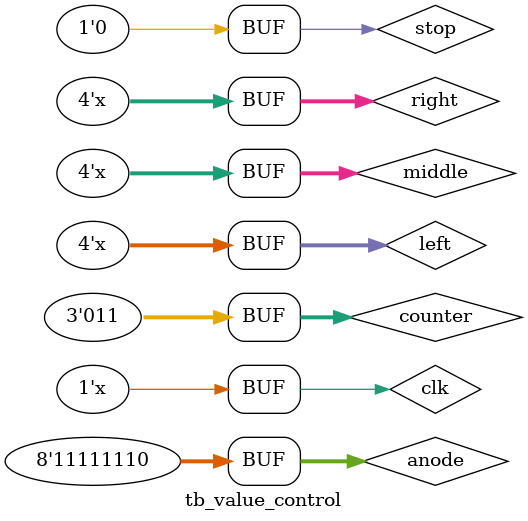
<source format=v>
`timescale 1ns / 1ps


module tb_value_control(
    
    );
    
    reg [3:0] right, middle, left;
    reg clk;
    reg stop;
    reg [2:0] counter;
    reg [7:0] anode;
    wire [3:0] value;
    
    value_control testing(.right(right),.middle(middle),.left(left),.clk(clk),.stop(stop),.counter(counter),.anode(anode),.value(value));
    
    initial
    begin
        clk = 0;
        stop = 0;
        counter = 0;
        anode = 0;
        right = 0;
        middle = 0;
        left = 0;
        
        #100 counter = 3'b001;
        anode = 8'b11111110;
        
        #200 counter = 3'b010;
        stop = 1;
        anode = 8'b11111101;
        #10 anode = 8'b11111110;
        #10 anode = 8'b11111101;
        #10 anode = 8'b11111110;
        #10 anode = 8'b11111110;
        #10 anode = 8'b11111101;
        #10 anode = 8'b11111110;
        #10 anode = 8'b11111110;
        #10 anode = 8'b11111101;
        #10 anode = 8'b11111110;
        #10 anode = 8'b11111110;
        #10 anode = 8'b11111101;
        #10 anode = 8'b11111110;
        #10 anode = 8'b11111110;
        #10 anode = 8'b11111101;
        #10 anode = 8'b11111110;
        #100 stop = 0;
        
        
        #300 counter = 3'b011;
        stop = 1;
        anode = 8'b11111110;
        #10 anode = 8'b11111101;
        #10 anode = 8'b11111011;
        #10 anode = 8'b11111110;
        #10 anode = 8'b11111101;
        #10 anode = 8'b11111011;
        #10 anode = 8'b11111110;
        #10 anode = 8'b11111101;
        #10 anode = 8'b11111011;
        #10 anode = 8'b11111110;
        #10 anode = 8'b11111101;
        #10 anode = 8'b11111011;
        #10 anode = 8'b11111110;
        #10 anode = 8'b11111101;
        #10 anode = 8'b11111011;
        #10 anode = 8'b11111110;
        #10 anode = 8'b11111101;
        #10 anode = 8'b11111011;
        #10 anode = 8'b11111110;
        
        #100 stop = 0;
        
        
       
        
    end
    
    always
    begin
        #1 clk = ~clk;
    end
    always
    begin
        #13 right = right + 4'b0001;
        #13 left = left + 4'b0010;
        #13 middle = middle + 4'b0011;
    end
        
endmodule

</source>
